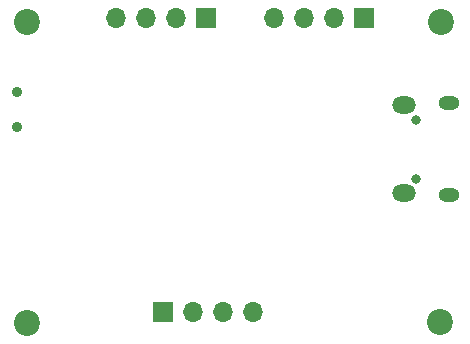
<source format=gbr>
%TF.GenerationSoftware,KiCad,Pcbnew,8.0.8*%
%TF.CreationDate,2025-02-20T15:14:10+05:30*%
%TF.ProjectId,Testing_1,54657374-696e-4675-9f31-2e6b69636164,rev?*%
%TF.SameCoordinates,Original*%
%TF.FileFunction,Soldermask,Bot*%
%TF.FilePolarity,Negative*%
%FSLAX46Y46*%
G04 Gerber Fmt 4.6, Leading zero omitted, Abs format (unit mm)*
G04 Created by KiCad (PCBNEW 8.0.8) date 2025-02-20 15:14:10*
%MOMM*%
%LPD*%
G01*
G04 APERTURE LIST*
%ADD10C,0.900000*%
%ADD11C,2.200000*%
%ADD12R,1.700000X1.700000*%
%ADD13O,1.700000X1.700000*%
%ADD14O,1.800000X1.150000*%
%ADD15O,2.000000X1.450000*%
%ADD16O,0.800000X0.800000*%
G04 APERTURE END LIST*
D10*
%TO.C,SW1*%
X107620000Y-75270000D03*
X107620000Y-78270000D03*
%TD*%
D11*
%TO.C,H4*%
X108510000Y-69360000D03*
%TD*%
%TO.C,H3*%
X143540000Y-69300000D03*
%TD*%
%TO.C,H1*%
X108470000Y-94810000D03*
%TD*%
D12*
%TO.C,J4*%
X120020000Y-93870000D03*
D13*
X122560000Y-93870000D03*
X125100000Y-93870000D03*
X127640000Y-93870000D03*
%TD*%
D12*
%TO.C,J3*%
X123640000Y-69020000D03*
D13*
X121100000Y-69020000D03*
X118560000Y-69020000D03*
X116020000Y-69020000D03*
%TD*%
D12*
%TO.C,J2*%
X137040000Y-69020000D03*
D13*
X134500000Y-69020000D03*
X131960000Y-69020000D03*
X129420000Y-69020000D03*
%TD*%
D14*
%TO.C,J1*%
X144210000Y-76225000D03*
D15*
X140410000Y-76375000D03*
X140410000Y-83825000D03*
D14*
X144210000Y-83975000D03*
D16*
X141460000Y-77600000D03*
X141460000Y-82600000D03*
%TD*%
D11*
%TO.C,H2*%
X143500000Y-94760000D03*
%TD*%
M02*

</source>
